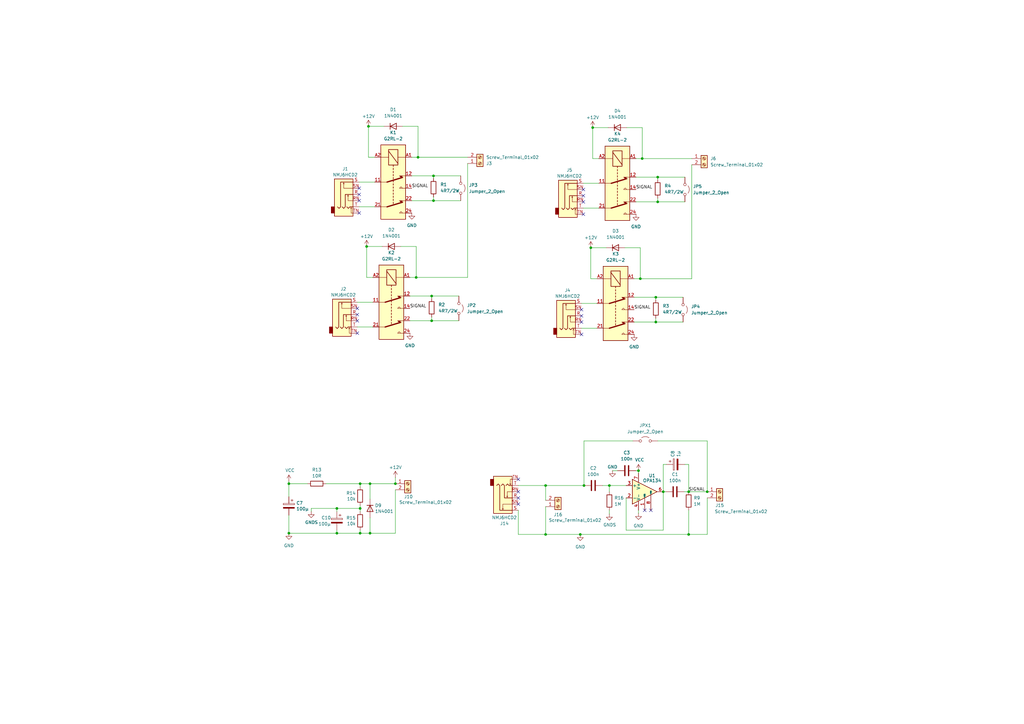
<source format=kicad_sch>
(kicad_sch (version 20250114) (generator "eeschema") (generator_version "9.0")
  (paper "A3")
  (title_block (title "Amp Switcher - 4-way Relay Array") (date "2025-03-12") (rev "1.0") (comment 3 "SPDX-FileCopyrightText: 2025 Arnaud Ferraris <aferraris@debian.org>") (comment 4 "SPDX-License-Identifier: CERN-OHL-S-2.0+"))
  (lib_symbols
    (symbol "Amplifier_Operational:OPA134" (pin_names (offset 0.127))
      (property "Reference" "U" (at 1.27 6.35 0))
      (property "Value" "OPA134" (at 1.27 3.81 0))
      (symbol "OPA134_0_1"
        (polyline (pts (xy -5.08 5.08) (xy 5.08 0) (xy -5.08 -5.08) (xy -5.08 5.08)) (stroke (width 0.254)) (fill (type background)))
      )
      (symbol "OPA134_1_1"
        (pin input line (at -7.62 2.54 0) (length 2.54) (name "+") (number "3"))
        (pin input line (at -7.62 -2.54 0) (length 2.54) (name "-") (number "2"))
        (pin power_in line (at -2.54 7.62 270) (length 3.81) (name "V+") (number "7"))
        (pin power_in line (at -2.54 -7.62 90) (length 3.81) (name "V-") (number "4"))
        (pin no_connect line (at 0 2.54 270) (length 2.54) (hide yes) (name "NC") (number "5"))
        (pin input line (at 0 -7.62 90) (length 5.08) (name "VOS") (number "1"))
        (pin input line (at 2.54 -7.62 90) (length 6.35) (name "VOS") (number "8"))
        (pin output line (at 7.62 0 180) (length 2.54) (name "~") (number "6"))
      )
    )
    (symbol "Connector:Screw_Terminal_01x02" (pin_names (offset 1.016) (hide yes))
      (property "Reference" "J" (at 0 2.54 0))
      (property "Value" "Screw_Terminal_01x02" (at 0 -5.08 0))
      (symbol "Screw_Terminal_01x02_1_1"
        (rectangle (start -1.27 1.27) (end 1.27 -3.81) (stroke (width 0.254)) (fill (type background)))
        (polyline (pts (xy -0.5334 0.3302) (xy 0.3302 -0.508)) (stroke (width 0.1524)))
        (polyline (pts (xy -0.5334 -2.2098) (xy 0.3302 -3.048)) (stroke (width 0.1524)))
        (polyline (pts (xy -0.3556 0.508) (xy 0.508 -0.3302)) (stroke (width 0.1524)))
        (polyline (pts (xy -0.3556 -2.032) (xy 0.508 -2.8702)) (stroke (width 0.1524)))
        (circle (center 0 0) (radius 0.635) (stroke (width 0.1524)))
        (circle (center 0 -2.54) (radius 0.635) (stroke (width 0.1524)))
        (pin passive line (at -5.08 0 0) (length 3.81) (name "Pin_1") (number "1"))
        (pin passive line (at -5.08 -2.54 0) (length 3.81) (name "Pin_2") (number "2"))
      )
    )
    (symbol "Connector_Audio:NMJ6HCD2"
      (property "Reference" "J" (at 0 11.43 0))
      (property "Value" "NMJ6HCD2" (at 0 8.89 0))
      (symbol "NMJ6HCD2_0_1"
        (rectangle (start -5.08 -5.08) (end -6.35 -7.62) (stroke (width 0.254)) (fill (type outline)))
        (polyline (pts (xy -1.905 -5.08) (xy -1.27 -5.715) (xy -0.635 -5.08) (xy -0.635 0) (xy 2.54 0)) (stroke (width 0.254)))
        (polyline (pts (xy -1.27 4.826) (xy -1.016 4.318)))
        (polyline (pts (xy 0 -5.08) (xy 0.635 -5.715) (xy 1.27 -5.08) (xy 2.54 -5.08)) (stroke (width 0.254)))
        (polyline (pts (xy 0.508 -0.254) (xy 0.762 -0.762)))
        (polyline (pts (xy 1.778 -5.334) (xy 2.032 -5.842)))
        (rectangle (start 2.54 6.35) (end -5.08 -8.89) (stroke (width 0.254)) (fill (type background)))
        (polyline (pts (xy 2.54 5.08) (xy -2.54 5.08) (xy -2.54 -5.08) (xy -3.175 -5.715) (xy -3.81 -5.08)) (stroke (width 0.254)))
        (polyline (pts (xy 2.54 2.54) (xy -1.27 2.54) (xy -1.27 4.826) (xy -1.524 4.318)))
        (polyline (pts (xy 2.54 -2.54) (xy 0.508 -2.54) (xy 0.508 -0.254) (xy 0.254 -0.762)))
        (polyline (pts (xy 2.54 -7.62) (xy 1.778 -7.62) (xy 1.778 -5.334) (xy 1.524 -5.842)))
      )
      (symbol "NMJ6HCD2_1_1"
        (pin passive line (at 5.08 5.08 180) (length 2.54) (name "~") (number "S"))
        (pin passive line (at 5.08 2.54 180) (length 2.54) (name "~") (number "SN"))
        (pin passive line (at 5.08 0 180) (length 2.54) (name "~") (number "R"))
        (pin passive line (at 5.08 -2.54 180) (length 2.54) (name "~") (number "RN"))
        (pin passive line (at 5.08 -5.08 180) (length 2.54) (name "~") (number "T"))
        (pin passive line (at 5.08 -7.62 180) (length 2.54) (name "~") (number "TN"))
      )
    )
    (symbol "Device:C" (pin_numbers (hide yes)) (pin_names (offset 0.254))
      (property "Reference" "C" (at 0.635 2.54 0))
      (property "Value" "C" (at 0.635 -2.54 0))
      (symbol "C_0_1"
        (polyline (pts (xy -2.032 0.762) (xy 2.032 0.762)) (stroke (width 0.508)))
        (polyline (pts (xy -2.032 -0.762) (xy 2.032 -0.762)) (stroke (width 0.508)))
      )
      (symbol "C_1_1"
        (pin passive line (at 0 3.81 270) (length 2.794) (name "~") (number "1"))
        (pin passive line (at 0 -3.81 90) (length 2.794) (name "~") (number "2"))
      )
    )
    (symbol "Device:CP" (pin_numbers (hide yes)) (pin_names (offset 0.254))
      (property "Reference" "C" (at 0.635 2.54 0))
      (property "Value" "Device_CP" (at 0.635 -2.54 0))
      (symbol "CP_0_1"
        (rectangle (start -2.286 0.508) (end -2.286 1.016))
        (rectangle (start -2.286 0.508) (end 2.286 0.508))
        (polyline (pts (xy -1.778 2.286) (xy -0.762 2.286)))
        (polyline (pts (xy -1.27 2.794) (xy -1.27 1.778)))
        (rectangle (start 2.286 1.016) (end -2.286 1.016))
        (rectangle (start 2.286 1.016) (end 2.286 0.508))
        (rectangle (start 2.286 -0.508) (end -2.286 -1.016) (fill (type outline)))
      )
      (symbol "CP_1_1"
        (pin passive line (at 0 3.81 270) (length 2.794) (name "~") (number "1"))
        (pin passive line (at 0 -3.81 90) (length 2.794) (name "~") (number "2"))
      )
    )
    (symbol "Device:D" (pin_numbers (hide yes)) (pin_names (offset 1.016) (hide yes))
      (property "Reference" "D" (at 0 2.54 0))
      (property "Value" "D" (at 0 -2.54 0))
      (symbol "D_0_1"
        (polyline (pts (xy -1.27 1.27) (xy -1.27 -1.27)) (stroke (width 0.254)))
        (polyline (pts (xy 1.27 1.27) (xy 1.27 -1.27) (xy -1.27 0) (xy 1.27 1.27)) (stroke (width 0.254)))
        (polyline (pts (xy 1.27 0) (xy -1.27 0)))
      )
      (symbol "D_1_1"
        (pin passive line (at -3.81 0 0) (length 2.54) (name "K") (number "1"))
        (pin passive line (at 3.81 0 180) (length 2.54) (name "A") (number "2"))
      )
    )
    (symbol "Device:R" (pin_numbers (hide yes)) (pin_names (offset 0))
      (property "Reference" "R" (at 2.032 0 90))
      (property "Value" "R" (at 0 0 90))
      (symbol "R_0_1"
        (rectangle (start -1.016 -2.54) (end 1.016 2.54) (stroke (width 0.254)))
      )
      (symbol "R_1_1"
        (pin passive line (at 0 3.81 270) (length 1.27) (name "~") (number "1"))
        (pin passive line (at 0 -3.81 90) (length 1.27) (name "~") (number "2"))
      )
    )
    (symbol "Jumper:Jumper_2_Open" (pin_numbers (hide yes)) (pin_names (offset 0) (hide yes)) (exclude_from_sim yes)
      (property "Reference" "JP" (at 0 2.794 0))
      (property "Value" "Jumper_2_Open" (at 0 -2.286 0))
      (symbol "Jumper_2_Open_0_0"
        (circle (center -2.032 0) (radius 0.508))
        (circle (center 2.032 0) (radius 0.508))
      )
      (symbol "Jumper_2_Open_0_1"
        (arc (start -1.524 1.27) (mid 0 1.778) (end 1.524 1.27))
      )
      (symbol "Jumper_2_Open_1_1"
        (pin passive line (at -5.08 0 0) (length 2.54) (name "A") (number "1"))
        (pin passive line (at 5.08 0 180) (length 2.54) (name "B") (number "2"))
      )
    )
    (symbol "Relay:G2RL-2"
      (property "Reference" "K" (at 16.51 3.81 0))
      (property "Value" "G2RL-2" (at 16.51 1.27 0))
      (symbol "G2RL-2_0_1"
        (rectangle (start -15.24 5.08) (end 15.24 -5.08) (stroke (width 0.254)) (fill (type background)))
        (rectangle (start -13.335 1.905) (end -6.985 -1.905) (stroke (width 0.254)))
        (polyline (pts (xy -12.7 -1.905) (xy -7.62 1.905)) (stroke (width 0.254)))
        (polyline (pts (xy -10.16 5.08) (xy -10.16 1.905)))
        (polyline (pts (xy -10.16 -5.08) (xy -10.16 -1.905)))
        (polyline (pts (xy -6.985 0) (xy -6.35 0)) (stroke (width 0.254)))
        (polyline (pts (xy -5.715 0) (xy -5.08 0)) (stroke (width 0.254)))
        (polyline (pts (xy -4.445 0) (xy -3.81 0)) (stroke (width 0.254)))
        (polyline (pts (xy -3.175 0) (xy -2.54 0)) (stroke (width 0.254)))
        (polyline (pts (xy -2.54 5.08) (xy -2.54 2.54) (xy -1.905 3.175) (xy -2.54 3.81)) (fill (type outline)))
        (polyline (pts (xy -1.905 0) (xy -1.27 0)) (stroke (width 0.254)))
        (polyline (pts (xy -0.635 0) (xy 0 0)) (stroke (width 0.254)))
        (polyline (pts (xy 0 -2.54) (xy -1.905 3.81)) (stroke (width 0.508)))
        (polyline (pts (xy 0 -2.54) (xy 0 -5.08)))
        (polyline (pts (xy 0.635 0) (xy 1.27 0)) (stroke (width 0.254)))
        (polyline (pts (xy 1.905 0) (xy 2.54 0)) (stroke (width 0.254)))
        (polyline (pts (xy 2.54 5.08) (xy 2.54 2.54) (xy 1.905 3.175) (xy 2.54 3.81)))
        (polyline (pts (xy 3.175 0) (xy 3.81 0)) (stroke (width 0.254)))
        (polyline (pts (xy 4.445 0) (xy 5.08 0)) (stroke (width 0.254)))
        (polyline (pts (xy 5.715 0) (xy 6.35 0)) (stroke (width 0.254)))
        (polyline (pts (xy 6.985 0) (xy 7.62 0)) (stroke (width 0.254)))
        (polyline (pts (xy 7.62 5.08) (xy 7.62 2.54) (xy 8.255 3.175) (xy 7.62 3.81)) (fill (type outline)))
        (polyline (pts (xy 8.255 0) (xy 8.89 0)) (stroke (width 0.254)))
        (polyline (pts (xy 10.16 -2.54) (xy 8.255 3.81)) (stroke (width 0.508)))
        (polyline (pts (xy 10.16 -2.54) (xy 10.16 -5.08)))
        (polyline (pts (xy 12.7 5.08) (xy 12.7 2.54) (xy 12.065 3.175) (xy 12.7 3.81)))
      )
      (symbol "G2RL-2_1_1"
        (pin passive line (at -10.16 7.62 270) (length 2.54) (name "~") (number "A1"))
        (pin passive line (at -10.16 -7.62 90) (length 2.54) (name "~") (number "A2"))
        (pin passive line (at -2.54 7.62 270) (length 2.54) (name "~") (number "12"))
        (pin passive line (at 0 -7.62 90) (length 2.54) (name "~") (number "11"))
        (pin passive line (at 2.54 7.62 270) (length 2.54) (name "~") (number "14"))
        (pin passive line (at 7.62 7.62 270) (length 2.54) (name "~") (number "22"))
        (pin passive line (at 10.16 -7.62 90) (length 2.54) (name "~") (number "21"))
        (pin passive line (at 12.7 7.62 270) (length 2.54) (name "~") (number "24"))
      )
    )
    (symbol "power:+12V" (power) (pin_numbers (hide yes)) (pin_names (offset 0) (hide yes))
      (property "Value" "+12V" (at 0 3.556 0))
      (symbol "+12V_0_1"
        (polyline (pts (xy -0.762 1.27) (xy 0 2.54)))
        (polyline (pts (xy 0 2.54) (xy 0.762 1.27)))
        (polyline (pts (xy 0 0) (xy 0 2.54)))
      )
      (symbol "+12V_1_1"
        (pin power_in line (at 0 0 90) (length 0) (name "~") (number "1"))
      )
    )
    (symbol "power:GND" (power) (pin_numbers (hide yes)) (pin_names (offset 0) (hide yes))
      (property "Value" "GND" (at 0 -3.81 0))
      (symbol "GND_0_1"
        (polyline (pts (xy 0 0) (xy 0 -1.27) (xy 1.27 -1.27) (xy 0 -2.54) (xy -1.27 -1.27) (xy 0 -1.27)))
      )
      (symbol "GND_1_1"
        (pin power_in line (at 0 0 270) (length 0) (name "~") (number "1"))
      )
    )
    (symbol "power:GNDS" (power) (pin_numbers (hide yes)) (pin_names (offset 0) (hide yes))
      (property "Value" "GNDS" (at 0 -3.81 0))
      (symbol "GNDS_0_1"
        (polyline (pts (xy 0 0) (xy 0 -1.27) (xy 1.27 -1.27) (xy 0 -2.54) (xy -1.27 -1.27) (xy 0 -1.27)))
      )
      (symbol "GNDS_1_1"
        (pin power_in line (at 0 0 270) (length 0) (name "~") (number "1"))
      )
    )
    (symbol "power:VCC" (power) (pin_numbers (hide yes)) (pin_names (offset 0) (hide yes))
      (property "Value" "VCC" (at 0 3.556 0))
      (symbol "VCC_0_1"
        (polyline (pts (xy -0.762 1.27) (xy 0 2.54)))
        (polyline (pts (xy 0 2.54) (xy 0.762 1.27)))
        (polyline (pts (xy 0 0) (xy 0 2.54)))
      )
      (symbol "VCC_1_1"
        (pin power_in line (at 0 0 90) (length 0) (name "~") (number "1"))
      )
    )
  )
  (junction (at 242.316 101.6))
  (junction (at 261.874 193.04))
  (junction (at 162.179 198.374))
  (junction (at 151.13 51.816))
  (junction (at 170.688 113.792))
  (junction (at 269.748 72.644))
  (junction (at 239.522 199.136))
  (junction (at 177.038 131.572))
  (junction (at 151.765 218.694))
  (junction (at 150.368 101.092))
  (junction (at 249.936 199.136))
  (junction (at 290.068 201.676))
  (junction (at 268.986 132.08))
  (junction (at 223.774 199.136))
  (junction (at 282.448 219.202))
  (junction (at 243.078 52.324))
  (junction (at 262.636 114.3))
  (junction (at 177.038 121.412))
  (junction (at 151.765 198.374))
  (junction (at 171.45 64.516))
  (junction (at 147.701 218.694))
  (junction (at 268.986 121.92))
  (junction (at 138.176 208.534))
  (junction (at 223.774 219.202))
  (junction (at 282.448 201.676))
  (junction (at 118.491 198.374))
  (junction (at 237.998 219.202))
  (junction (at 177.8 82.296))
  (junction (at 269.748 82.804))
  (junction (at 272.034 201.676))
  (junction (at 138.176 218.694))
  (junction (at 177.8 72.136))
  (junction (at 118.491 218.694))
  (junction (at 147.701 208.534))
  (junction (at 147.701 198.374))
  (junction (at 263.398 65.024))
  (no_connect (at 239.268 77.724))
  (no_connect (at 146.558 136.652))
  (no_connect (at 212.598 196.596))
  (no_connect (at 146.558 129.032))
  (no_connect (at 147.32 77.216))
  (no_connect (at 238.506 132.08))
  (no_connect (at 212.598 204.216))
  (no_connect (at 238.506 129.54))
  (no_connect (at 239.268 82.804))
  (no_connect (at 239.268 87.884))
  (no_connect (at 266.954 209.296))
  (no_connect (at 147.32 79.756))
  (no_connect (at 146.558 126.492))
  (no_connect (at 146.558 131.572))
  (no_connect (at 239.268 80.264))
  (no_connect (at 147.32 87.376))
  (no_connect (at 238.506 137.16))
  (no_connect (at 264.414 209.296))
  (no_connect (at 212.598 201.676))
  (no_connect (at 147.32 82.296))
  (no_connect (at 212.598 206.756))
  (no_connect (at 238.506 127))
  (wire (pts (xy 263.398 65.024) (xy 260.858 65.024)))
  (wire (pts (xy 272.034 217.424) (xy 256.794 217.424)))
  (wire (pts (xy 151.765 218.694) (xy 162.179 218.694)))
  (wire (pts (xy 223.774 207.772) (xy 223.774 219.202)))
  (wire (pts (xy 191.77 67.056) (xy 191.77 113.792)))
  (wire (pts (xy 237.998 219.202) (xy 282.448 219.202)))
  (wire (pts (xy 272.034 201.676) (xy 272.034 217.424)))
  (wire (pts (xy 282.448 219.202) (xy 282.448 209.296)))
  (wire (pts (xy 146.558 134.112) (xy 152.908 134.112)))
  (wire (pts (xy 260.858 82.804) (xy 269.748 82.804)))
  (wire (pts (xy 168.91 72.136) (xy 177.8 72.136)))
  (wire (pts (xy 151.765 198.374) (xy 162.179 198.374)))
  (wire (pts (xy 237.998 219.202) (xy 223.774 219.202)))
  (wire (pts (xy 147.701 209.804) (xy 147.701 208.534)))
  (wire (pts (xy 268.986 121.92) (xy 268.986 122.936)))
  (wire (pts (xy 212.598 199.136) (xy 223.774 199.136)))
  (wire (pts (xy 242.316 101.6) (xy 248.666 101.6)))
  (wire (pts (xy 223.774 199.136) (xy 239.522 199.136)))
  (wire (pts (xy 151.13 51.816) (xy 157.48 51.816)))
  (wire (pts (xy 290.068 219.202) (xy 282.448 219.202)))
  (wire (pts (xy 251.206 193.04) (xy 253.238 193.04)))
  (wire (pts (xy 263.398 65.024) (xy 283.718 65.024)))
  (wire (pts (xy 151.13 51.816) (xy 151.13 64.516)))
  (wire (pts (xy 290.068 180.848) (xy 269.748 180.848)))
  (wire (pts (xy 280.924 190.5) (xy 282.448 190.5)))
  (wire (pts (xy 257.048 52.324) (xy 263.398 52.324)))
  (wire (pts (xy 177.038 130.048) (xy 177.038 131.572)))
  (wire (pts (xy 268.986 132.08) (xy 280.162 132.08)))
  (wire (pts (xy 138.176 218.694) (xy 147.701 218.694)))
  (wire (pts (xy 282.448 190.5) (xy 282.448 201.676)))
  (wire (pts (xy 147.32 74.676) (xy 153.67 74.676)))
  (wire (pts (xy 243.078 52.324) (xy 243.078 65.024)))
  (wire (pts (xy 238.506 124.46) (xy 244.856 124.46)))
  (wire (pts (xy 239.268 85.344) (xy 245.618 85.344)))
  (wire (pts (xy 239.268 75.184) (xy 245.618 75.184)))
  (wire (pts (xy 249.936 199.136) (xy 249.936 201.676)))
  (wire (pts (xy 177.8 72.136) (xy 177.8 73.152)))
  (wire (pts (xy 150.368 101.092) (xy 156.718 101.092)))
  (wire (pts (xy 212.598 219.202) (xy 212.598 209.296)))
  (wire (pts (xy 249.936 209.296) (xy 249.936 210.82)))
  (wire (pts (xy 283.718 67.564) (xy 283.718 114.3)))
  (wire (pts (xy 118.491 218.694) (xy 138.176 218.694)))
  (wire (pts (xy 269.748 72.644) (xy 269.748 73.66)))
  (wire (pts (xy 147.701 208.534) (xy 138.176 208.534)))
  (wire (pts (xy 168.91 82.296) (xy 177.8 82.296)))
  (wire (pts (xy 147.701 198.374) (xy 133.731 198.374)))
  (wire (pts (xy 151.765 204.724) (xy 151.765 198.374)))
  (wire (pts (xy 147.701 199.644) (xy 147.701 198.374)))
  (wire (pts (xy 168.148 121.412) (xy 177.038 121.412)))
  (wire (pts (xy 260.858 72.644) (xy 269.748 72.644)))
  (wire (pts (xy 177.038 121.412) (xy 177.038 122.428)))
  (wire (pts (xy 138.176 217.424) (xy 138.176 218.694)))
  (wire (pts (xy 262.636 114.3) (xy 260.096 114.3)))
  (wire (pts (xy 126.111 198.374) (xy 118.491 198.374)))
  (wire (pts (xy 127.635 208.534) (xy 138.176 208.534)))
  (wire (pts (xy 260.858 193.04) (xy 261.874 193.04)))
  (wire (pts (xy 243.078 65.024) (xy 245.618 65.024)))
  (wire (pts (xy 280.67 201.676) (xy 282.448 201.676)))
  (wire (pts (xy 272.034 201.676) (xy 273.05 201.676)))
  (wire (pts (xy 263.398 52.324) (xy 263.398 65.024)))
  (wire (pts (xy 168.148 131.572) (xy 177.038 131.572)))
  (wire (pts (xy 118.491 198.374) (xy 118.491 203.708)))
  (wire (pts (xy 162.179 200.914) (xy 162.179 218.694)))
  (wire (pts (xy 272.034 201.676) (xy 272.034 190.5)))
  (wire (pts (xy 118.491 198.374) (xy 118.491 197.358)))
  (wire (pts (xy 242.316 114.3) (xy 244.856 114.3)))
  (wire (pts (xy 268.986 121.92) (xy 280.162 121.92)))
  (wire (pts (xy 290.068 201.676) (xy 290.068 180.848)))
  (wire (pts (xy 150.368 101.092) (xy 150.368 113.792)))
  (wire (pts (xy 261.874 193.04) (xy 261.874 194.056)))
  (wire (pts (xy 147.701 198.374) (xy 151.765 198.374)))
  (wire (pts (xy 171.45 64.516) (xy 168.91 64.516)))
  (wire (pts (xy 147.701 217.424) (xy 147.701 218.694)))
  (wire (pts (xy 177.038 131.572) (xy 188.214 131.572)))
  (wire (pts (xy 118.491 218.694) (xy 118.491 211.328)))
  (wire (pts (xy 162.179 195.834) (xy 162.179 198.374)))
  (wire (pts (xy 256.286 101.6) (xy 262.636 101.6)))
  (wire (pts (xy 239.522 180.848) (xy 259.588 180.848)))
  (wire (pts (xy 256.794 217.424) (xy 256.794 204.216)))
  (wire (pts (xy 177.8 82.296) (xy 188.976 82.296)))
  (wire (pts (xy 147.32 84.836) (xy 153.67 84.836)))
  (wire (pts (xy 272.034 190.5) (xy 273.304 190.5)))
  (wire (pts (xy 170.688 113.792) (xy 191.77 113.792)))
  (wire (pts (xy 269.748 82.804) (xy 280.924 82.804)))
  (wire (pts (xy 238.506 134.62) (xy 244.856 134.62)))
  (wire (pts (xy 223.774 219.202) (xy 212.598 219.202)))
  (wire (pts (xy 242.316 101.6) (xy 242.316 114.3)))
  (wire (pts (xy 177.8 80.772) (xy 177.8 82.296)))
  (wire (pts (xy 223.774 199.136) (xy 223.774 205.232)))
  (wire (pts (xy 247.142 199.136) (xy 249.936 199.136)))
  (wire (pts (xy 262.636 114.3) (xy 283.718 114.3)))
  (wire (pts (xy 171.45 64.516) (xy 191.77 64.516)))
  (wire (pts (xy 150.368 113.792) (xy 152.908 113.792)))
  (wire (pts (xy 170.688 101.092) (xy 170.688 113.792)))
  (wire (pts (xy 151.13 64.516) (xy 153.67 64.516)))
  (wire (pts (xy 138.176 208.534) (xy 138.176 209.804)))
  (wire (pts (xy 282.448 201.676) (xy 290.068 201.676)))
  (wire (pts (xy 146.558 123.952) (xy 152.908 123.952)))
  (wire (pts (xy 164.338 101.092) (xy 170.688 101.092)))
  (wire (pts (xy 290.068 204.216) (xy 290.068 219.202)))
  (wire (pts (xy 177.8 72.136) (xy 188.976 72.136)))
  (wire (pts (xy 269.748 81.28) (xy 269.748 82.804)))
  (wire (pts (xy 127.635 209.804) (xy 127.635 208.534)))
  (wire (pts (xy 171.45 51.816) (xy 171.45 64.516)))
  (wire (pts (xy 249.936 199.136) (xy 256.794 199.136)))
  (wire (pts (xy 268.986 130.556) (xy 268.986 132.08)))
  (wire (pts (xy 269.748 72.644) (xy 280.924 72.644)))
  (wire (pts (xy 260.096 132.08) (xy 268.986 132.08)))
  (wire (pts (xy 243.078 52.324) (xy 249.428 52.324)))
  (wire (pts (xy 260.096 121.92) (xy 268.986 121.92)))
  (wire (pts (xy 177.038 121.412) (xy 188.214 121.412)))
  (wire (pts (xy 239.522 180.848) (xy 239.522 199.136)))
  (wire (pts (xy 261.874 209.296) (xy 261.874 210.566)))
  (wire (pts (xy 151.765 212.344) (xy 151.765 218.694)))
  (wire (pts (xy 262.636 101.6) (xy 262.636 114.3)))
  (wire (pts (xy 170.688 113.792) (xy 168.148 113.792)))
  (wire (pts (xy 147.701 208.534) (xy 147.701 207.264)))
  (wire (pts (xy 165.1 51.816) (xy 171.45 51.816)))
  (wire (pts (xy 147.701 218.694) (xy 151.765 218.694)))
  (label "SIGNAL" (at 260.096 127 0))
  (label "SIGNAL" (at 168.148 126.492 0))
  (label "SIGNAL" (at 282.448 201.676 0))
  (label "SIGNAL" (at 260.858 77.724 0))
  (label "SIGNAL" (at 168.91 77.216 0))
  (symbol (lib_id "Device:CP") (at 138.176 213.614 0) (mirror y) (unit 1)
    (property "Reference" "C10" (at 131.826 212.344 0) (effects (justify right)))
    (property "Value" "100µ" (at 130.556 214.884 0) (effects (justify right)))
    (property "Footprint" "Capacitor_THT:CP_Radial_D5.0mm_P2.00mm" (effects (hide yes)))
    (property "MFR" "Nichicon" (effects (hide yes)))
    (property "MPN" "FW" (effects (hide yes)))
    (property "SPR" "Musikding" (effects (hide yes)))
    (property "SPN" "1547" (effects (hide yes)))
    (property "SPURL" "-" (effects (hide yes)))
  )
  (symbol (lib_id "Device:CP") (at 118.491 207.518 0) (mirror y) (unit 1)
    (property "Reference" "C7" (at 121.5136 206.3242 0) (effects (justify right)))
    (property "Value" "100µ" (at 121.5136 208.6864 0) (effects (justify right)))
    (property "Footprint" "Capacitor_THT:CP_Radial_D5.0mm_P2.00mm" (effects (hide yes)))
    (property "MFR" "-" (effects (hide yes)))
    (property "MPN" "-" (effects (hide yes)))
    (property "SPR" "Musikding" (effects (hide yes)))
    (property "SPN" "elko1000u16" (effects (hide yes)))
    (property "SPURL" "-" (effects (hide yes)))
  )
  (symbol (lib_id "power:VCC") (at 118.491 197.358 0) (unit 1)
    (property "Reference" "#PWR04" (effects (hide yes)))
    (property "Value" "VCC" (at 118.9228 192.913 0))
  )
  (symbol (lib_id "power:GNDS") (at 249.936 210.82 0) (unit 1)
    (property "Reference" "#PWR017" (effects (hide yes)))
    (property "Value" "GNDS" (at 250.063 215.265 0))
  )
  (symbol (lib_id "power:GND") (at 261.874 210.566 0) (unit 1)
    (property "Reference" "#PWR016" (effects (hide yes)))
    (property "Value" "GND" (at 261.874 215.646 0))
    (property "Description" "Power symbol creates a global label with name \"GND\" , ground" (effects (hide yes)))
  )
  (symbol (lib_id "Device:R") (at 177.8 76.962 180) (unit 1)
    (property "Reference" "R1" (at 180.594 75.6919 0) (effects (justify right)))
    (property "Value" "4R7/2W" (at 180.594 78.2319 0) (effects (justify right)))
    (property "Footprint" "Resistor_THT:R_Axial_DIN0414_L11.9mm_D4.5mm_P15.24mm_Horizontal" (effects (hide yes)))
    (property "Description" "Resistor" (effects (hide yes)))
  )
  (symbol (lib_id "Relay:G2RL-2") (at 160.528 123.952 270) (unit 1)
    (property "Reference" "K2" (at 160.528 103.632 90))
    (property "Value" "G2RL-2" (at 160.528 106.172 90))
    (property "Footprint" "Relay_THT:Relay_DPDT_Omron_G2RL-2" (effects (hide yes)))
    (property "Datasheet" "https://omronfs.omron.com/en_US/ecb/products/pdf/en-g2rl.pdf" (effects (hide yes)))
    (property "Description" "General Purpose Low Profile Relay DPDT Through Hole, Omron G2RL series, 8A 250VAC" (effects (hide yes)))
  )
  (symbol (lib_id "power:GND") (at 260.096 137.16 0) (unit 1)
    (property "Reference" "#PWR020" (effects (hide yes)))
    (property "Value" "GND" (at 260.096 142.24 0))
    (property "Description" "Power symbol creates a global label with name \"GND\" , ground" (effects (hide yes)))
  )
  (symbol (lib_id "Jumper:Jumper_2_Open") (at 188.214 126.492 270) (unit 1)
    (property "Reference" "JP2" (at 191.516 125.2219 90) (effects (justify left)))
    (property "Value" "Jumper_2_Open" (at 191.516 127.7619 90) (effects (justify left)))
    (property "Footprint" "Jumper:SolderJumper-2_P1.3mm_Open_RoundedPad1.0x1.5mm" (effects (hide yes)))
    (property "Description" "Jumper, 2-pole, open" (effects (hide yes)))
  )
  (symbol (lib_id "Device:D") (at 253.238 52.324 0) (unit 1)
    (property "Reference" "D4" (at 253.238 45.466 0))
    (property "Value" "1N4001" (at 253.238 48.006 0))
    (property "Footprint" "Diode_THT:D_DO-41_SOD81_P7.62mm_Horizontal" (effects (hide yes)))
    (property "Description" "Diode" (effects (hide yes)))
    (property "Sim.Device" "D" (effects (hide yes)))
    (property "Sim.Pins" "1=K 2=A" (effects (hide yes)))
  )
  (symbol (lib_id "Device:R") (at 177.038 126.238 180) (unit 1)
    (property "Reference" "R2" (at 179.832 124.9679 0) (effects (justify right)))
    (property "Value" "4R7/2W" (at 179.832 127.5079 0) (effects (justify right)))
    (property "Footprint" "Resistor_THT:R_Axial_DIN0414_L11.9mm_D4.5mm_P15.24mm_Horizontal" (effects (hide yes)))
    (property "Description" "Resistor" (effects (hide yes)))
  )
  (symbol (lib_id "power:GND") (at 237.998 219.202 0) (unit 1)
    (property "Reference" "#PWR02" (effects (hide yes)))
    (property "Value" "GND" (at 237.998 224.282 0))
    (property "Description" "Power symbol creates a global label with name \"GND\" , ground" (effects (hide yes)))
  )
  (symbol (lib_id "Relay:G2RL-2") (at 161.29 74.676 270) (unit 1)
    (property "Reference" "K1" (at 161.29 54.356 90))
    (property "Value" "G2RL-2" (at 161.29 56.896 90))
    (property "Footprint" "Relay_THT:Relay_DPDT_Omron_G2RL-2" (effects (hide yes)))
    (property "Datasheet" "https://omronfs.omron.com/en_US/ecb/products/pdf/en-g2rl.pdf" (effects (hide yes)))
    (property "Description" "General Purpose Low Profile Relay DPDT Through Hole, Omron G2RL series, 8A 250VAC" (effects (hide yes)))
  )
  (symbol (lib_id "power:+12V") (at 162.179 195.834 0) (unit 1)
    (property "Reference" "#PWR012" (effects (hide yes)))
    (property "Value" "+12V" (at 162.179 191.7009 0))
    (property "Description" "Power symbol creates a global label with name \"+12V\"" (effects (hide yes)))
  )
  (symbol (lib_id "Jumper:Jumper_2_Open") (at 188.976 77.216 270) (unit 1)
    (property "Reference" "JP3" (at 192.278 75.9459 90) (effects (justify left)))
    (property "Value" "Jumper_2_Open" (at 192.278 78.4859 90) (effects (justify left)))
    (property "Footprint" "Jumper:SolderJumper-2_P1.3mm_Open_RoundedPad1.0x1.5mm" (effects (hide yes)))
    (property "Description" "Jumper, 2-pole, open" (effects (hide yes)))
  )
  (symbol (lib_id "power:+12V") (at 242.316 101.6 0) (unit 1)
    (property "Reference" "#PWR08" (effects (hide yes)))
    (property "Value" "+12V" (at 242.316 97.4669 0))
    (property "Description" "Power symbol creates a global label with name \"+12V\"" (effects (hide yes)))
  )
  (symbol (lib_id "Device:R") (at 282.448 205.486 180) (unit 1)
    (property "Reference" "R9" (at 284.48 204.2159 0) (effects (justify right)))
    (property "Value" "1M" (at 284.48 206.7559 0) (effects (justify right)))
    (property "Footprint" "Resistor_THT:R_Axial_DIN0207_L6.3mm_D2.5mm_P7.62mm_Horizontal" (effects (hide yes)))
    (property "Description" "Resistor" (effects (hide yes)))
  )
  (symbol (lib_id "power:VCC") (at 261.874 193.04 0) (unit 1)
    (property "Reference" "#PWR05" (effects (hide yes)))
    (property "Value" "VCC" (at 262.3058 188.595 0))
  )
  (symbol (lib_id "power:+12V") (at 243.078 52.324 0) (unit 1)
    (property "Reference" "#PWR09" (effects (hide yes)))
    (property "Value" "+12V" (at 243.078 48.1909 0))
    (property "Description" "Power symbol creates a global label with name \"+12V\"" (effects (hide yes)))
  )
  (symbol (lib_id "Connector_Audio:NMJ6HCD2") (at 142.24 79.756 0) (unit 1)
    (property "Reference" "J1" (at 141.605 69.2615 0))
    (property "Value" "NMJ6HCD2" (at 141.605 71.6858 0))
    (property "Footprint" "Connector_Audio:Jack_6.35mm_Neutrik_NMJ6HCD2_Horizontal" (effects (hide yes)))
    (property "Datasheet" "https://www.neutrik.com/en/product/nmj6hcd2" (effects (hide yes)))
    (property "Description" "M Series, 6.35mm (1/4in) stereo jack, switched, with chrome ferrule and straight PCB pins" (effects (hide yes)))
  )
  (symbol (lib_id "power:GND") (at 168.91 87.376 0) (unit 1)
    (property "Reference" "#PWR019" (effects (hide yes)))
    (property "Value" "GND" (at 168.91 92.456 0))
    (property "Description" "Power symbol creates a global label with name \"GND\" , ground" (effects (hide yes)))
  )
  (symbol (lib_id "Device:R") (at 268.986 126.746 180) (unit 1)
    (property "Reference" "R3" (at 271.78 125.4759 0) (effects (justify right)))
    (property "Value" "4R7/2W" (at 271.78 128.0159 0) (effects (justify right)))
    (property "Footprint" "Resistor_THT:R_Axial_DIN0414_L11.9mm_D4.5mm_P15.24mm_Horizontal" (effects (hide yes)))
    (property "Description" "Resistor" (effects (hide yes)))
  )
  (symbol (lib_id "Device:R") (at 129.921 198.374 90) (unit 1)
    (property "Reference" "R13" (at 129.921 192.659 90))
    (property "Value" "10R" (at 129.921 195.199 90))
    (property "Footprint" "Resistor_THT:R_Axial_DIN0207_L6.3mm_D2.5mm_P7.62mm_Horizontal" (effects (hide yes)))
    (property "MFR" "-" (effects (hide yes)))
    (property "MPN" "-" (effects (hide yes)))
    (property "SPR" "Musikding" (effects (hide yes)))
    (property "SPN" "10Rmetall" (effects (hide yes)))
    (property "SPURL" "-" (effects (hide yes)))
  )
  (symbol (lib_id "Device:R") (at 147.701 203.454 0) (mirror y) (unit 1)
    (property "Reference" "R14" (at 145.923 202.2602 0) (effects (justify left)))
    (property "Value" "10k" (at 145.923 204.6224 0) (effects (justify left)))
    (property "Footprint" "Resistor_THT:R_Axial_DIN0207_L6.3mm_D2.5mm_P7.62mm_Horizontal" (effects (hide yes)))
    (property "MFR" "-" (effects (hide yes)))
    (property "MPN" "-" (effects (hide yes)))
    (property "SPR" "Musikding" (effects (hide yes)))
    (property "SPN" "10kmetall" (effects (hide yes)))
    (property "SPURL" "-" (effects (hide yes)))
  )
  (symbol (lib_id "Connector_Audio:NMJ6HCD2") (at 141.478 129.032 0) (unit 1)
    (property "Reference" "J2" (at 140.843 118.5375 0))
    (property "Value" "NMJ6HCD2" (at 140.843 120.9618 0))
    (property "Footprint" "Connector_Audio:Jack_6.35mm_Neutrik_NMJ6HCD2_Horizontal" (effects (hide yes)))
    (property "Datasheet" "https://www.neutrik.com/en/product/nmj6hcd2" (effects (hide yes)))
    (property "Description" "M Series, 6.35mm (1/4in) stereo jack, switched, with chrome ferrule and straight PCB pins" (effects (hide yes)))
  )
  (symbol (lib_id "power:GND") (at 251.206 193.04 0) (unit 1)
    (property "Reference" "#PWR03" (effects (hide yes)))
    (property "Value" "GND" (at 251.206 191.516 0))
    (property "Description" "Power symbol creates a global label with name \"GND\" , ground" (effects (hide yes)))
  )
  (symbol (lib_id "Device:C") (at 257.048 193.04 270) (unit 1)
    (property "Reference" "C3" (at 257.048 185.674 90))
    (property "Value" "100n" (at 257.048 188.214 90))
    (property "Footprint" "Capacitor_THT:C_Rect_L7.2mm_W3.5mm_P5.00mm_FKS2_FKP2_MKS2_MKP2" (effects (hide yes)))
    (property "Description" "Unpolarized capacitor" (effects (hide yes)))
  )
  (symbol (lib_id "Device:D") (at 252.476 101.6 0) (unit 1)
    (property "Reference" "D3" (at 252.476 94.742 0))
    (property "Value" "1N4001" (at 252.476 97.282 0))
    (property "Footprint" "Diode_THT:D_DO-41_SOD81_P7.62mm_Horizontal" (effects (hide yes)))
    (property "Description" "Diode" (effects (hide yes)))
    (property "Sim.Device" "D" (effects (hide yes)))
    (property "Sim.Pins" "1=K 2=A" (effects (hide yes)))
  )
  (symbol (lib_id "Connector_Audio:NMJ6HCD2") (at 207.518 204.216 0) (mirror x) (unit 1)
    (property "Reference" "J14" (at 206.883 214.7105 0))
    (property "Value" "NMJ6HCD2" (at 206.883 212.2862 0))
    (property "Footprint" "Connector_Audio:Jack_6.35mm_Neutrik_NMJ6HCD2_Horizontal" (effects (hide yes)))
    (property "Datasheet" "https://www.neutrik.com/en/product/nmj6hcd2" (effects (hide yes)))
    (property "Description" "M Series, 6.35mm (1/4in) stereo jack, switched, with chrome ferrule and straight PCB pins" (effects (hide yes)))
  )
  (symbol (lib_id "Device:C") (at 276.86 201.676 270) (unit 1)
    (property "Reference" "C1" (at 276.86 194.564 90))
    (property "Value" "100n" (at 276.86 197.104 90))
    (property "Footprint" "Capacitor_THT:C_Rect_L7.2mm_W3.5mm_P5.00mm_FKS2_FKP2_MKS2_MKP2" (effects (hide yes)))
    (property "Description" "Unpolarized capacitor" (effects (hide yes)))
  )
  (symbol (lib_id "Device:CP") (at 277.114 190.5 90) (mirror x) (unit 1)
    (property "Reference" "C8" (at 275.9202 187.4774 0) (effects (justify right)))
    (property "Value" "1µ" (at 278.2824 187.4774 0) (effects (justify right)))
    (property "Footprint" "Capacitor_THT:CP_Radial_D5.0mm_P2.00mm" (effects (hide yes)))
    (property "MFR" "-" (effects (hide yes)))
    (property "MPN" "-" (effects (hide yes)))
    (property "SPR" "Musikding" (effects (hide yes)))
    (property "SPN" "elko1000u16" (effects (hide yes)))
    (property "SPURL" "-" (effects (hide yes)))
  )
  (symbol (lib_id "Device:R") (at 147.701 213.614 0) (mirror y) (unit 1)
    (property "Reference" "R15" (at 145.923 212.4202 0) (effects (justify left)))
    (property "Value" "10k" (at 145.923 214.7824 0) (effects (justify left)))
    (property "Footprint" "Resistor_THT:R_Axial_DIN0207_L6.3mm_D2.5mm_P7.62mm_Horizontal" (effects (hide yes)))
    (property "MFR" "-" (effects (hide yes)))
    (property "MPN" "-" (effects (hide yes)))
    (property "SPR" "Musikding" (effects (hide yes)))
    (property "SPN" "10kmetall" (effects (hide yes)))
    (property "SPURL" "-" (effects (hide yes)))
  )
  (symbol (lib_id "Connector:Screw_Terminal_01x02") (at 288.798 65.024 0) (unit 1)
    (property "Reference" "J6" (at 291.338 65.0239 0) (effects (justify left)))
    (property "Value" "Screw_Terminal_01x02" (at 291.338 67.5639 0) (effects (justify left)))
    (property "Footprint" "TerminalBlock:TerminalBlock_bornier-2_P5.08mm" (effects (hide yes)))
    (property "Description" "Generic screw terminal, single row, 01x02, script generated (kicad-library-utils/schlib/autogen/connector/)" (effects (hide yes)))
  )
  (symbol (lib_id "power:+12V") (at 150.368 101.092 0) (unit 1)
    (property "Reference" "#PWR07" (effects (hide yes)))
    (property "Value" "+12V" (at 150.368 96.9589 0))
    (property "Description" "Power symbol creates a global label with name \"+12V\"" (effects (hide yes)))
  )
  (symbol (lib_id "power:GND") (at 260.858 87.884 0) (unit 1)
    (property "Reference" "#PWR025" (effects (hide yes)))
    (property "Value" "GND" (at 260.858 92.964 0))
    (property "Description" "Power symbol creates a global label with name \"GND\" , ground" (effects (hide yes)))
  )
  (symbol (lib_id "Relay:G2RL-2") (at 252.476 124.46 270) (unit 1)
    (property "Reference" "K3" (at 252.476 104.14 90))
    (property "Value" "G2RL-2" (at 252.476 106.68 90))
    (property "Footprint" "Relay_THT:Relay_DPDT_Omron_G2RL-2" (effects (hide yes)))
    (property "Datasheet" "https://omronfs.omron.com/en_US/ecb/products/pdf/en-g2rl.pdf" (effects (hide yes)))
    (property "Description" "General Purpose Low Profile Relay DPDT Through Hole, Omron G2RL series, 8A 250VAC" (effects (hide yes)))
  )
  (symbol (lib_id "Device:R") (at 249.936 205.486 180) (unit 1)
    (property "Reference" "R16" (at 251.968 204.2159 0) (effects (justify right)))
    (property "Value" "1M" (at 251.968 206.7559 0) (effects (justify right)))
    (property "Footprint" "Resistor_THT:R_Axial_DIN0207_L6.3mm_D2.5mm_P7.62mm_Horizontal" (effects (hide yes)))
    (property "Description" "Resistor" (effects (hide yes)))
  )
  (symbol (lib_id "Device:D") (at 151.765 208.534 270) (unit 1)
    (property "Reference" "D9" (at 153.7716 207.3402 90) (effects (justify left)))
    (property "Value" "1N4001" (at 153.7716 209.7024 90) (effects (justify left)))
    (property "Footprint" "Diode_THT:D_DO-41_SOD81_P7.62mm_Horizontal" (effects (hide yes)))
    (property "MFR" "-" (effects (hide yes)))
    (property "MPN" "-" (effects (hide yes)))
    (property "SPR" "Musikding" (effects (hide yes)))
    (property "SPN" "1n4007" (effects (hide yes)))
    (property "SPURL" "-" (effects (hide yes)))
  )
  (symbol (lib_id "Connector_Audio:NMJ6HCD2") (at 234.188 80.264 0) (unit 1)
    (property "Reference" "J5" (at 233.553 69.7695 0))
    (property "Value" "NMJ6HCD2" (at 233.553 72.1938 0))
    (property "Footprint" "Connector_Audio:Jack_6.35mm_Neutrik_NMJ6HCD2_Horizontal" (effects (hide yes)))
    (property "Datasheet" "https://www.neutrik.com/en/product/nmj6hcd2" (effects (hide yes)))
    (property "Description" "M Series, 6.35mm (1/4in) stereo jack, switched, with chrome ferrule and straight PCB pins" (effects (hide yes)))
  )
  (symbol (lib_id "Connector:Screw_Terminal_01x02") (at 167.259 198.374 0) (unit 1)
    (property "Reference" "J10" (at 165.735 203.708 0) (effects (justify left)))
    (property "Value" "Screw_Terminal_01x02" (at 163.703 205.994 0) (effects (justify left)))
    (property "Footprint" "TerminalBlock:TerminalBlock_bornier-2_P5.08mm" (effects (hide yes)))
    (property "Description" "Generic screw terminal, single row, 01x02, script generated (kicad-library-utils/schlib/autogen/connector/)" (effects (hide yes)))
  )
  (symbol (lib_id "power:GND") (at 118.491 218.694 0) (unit 1)
    (property "Reference" "#PWR01" (effects (hide yes)))
    (property "Value" "GND" (at 118.491 223.774 0))
    (property "Description" "Power symbol creates a global label with name \"GND\" , ground" (effects (hide yes)))
  )
  (symbol (lib_id "Connector:Screw_Terminal_01x02") (at 196.85 67.056 0) (mirror x) (unit 1)
    (property "Reference" "J3" (at 199.39 67.0561 0) (effects (justify left)))
    (property "Value" "Screw_Terminal_01x02" (at 199.39 64.5161 0) (effects (justify left)))
    (property "Footprint" "TerminalBlock:TerminalBlock_bornier-2_P5.08mm" (effects (hide yes)))
    (property "Description" "Generic screw terminal, single row, 01x02, script generated (kicad-library-utils/schlib/autogen/connector/)" (effects (hide yes)))
  )
  (symbol (lib_id "Connector_Audio:NMJ6HCD2") (at 233.426 129.54 0) (unit 1)
    (property "Reference" "J4" (at 232.791 119.0455 0))
    (property "Value" "NMJ6HCD2" (at 232.791 121.4698 0))
    (property "Footprint" "Connector_Audio:Jack_6.35mm_Neutrik_NMJ6HCD2_Horizontal" (effects (hide yes)))
    (property "Datasheet" "https://www.neutrik.com/en/product/nmj6hcd2" (effects (hide yes)))
    (property "Description" "M Series, 6.35mm (1/4in) stereo jack, switched, with chrome ferrule and straight PCB pins" (effects (hide yes)))
  )
  (symbol (lib_id "Device:C") (at 243.332 199.136 270) (unit 1)
    (property "Reference" "C2" (at 243.332 192.024 90))
    (property "Value" "100n" (at 243.332 194.564 90))
    (property "Footprint" "Capacitor_THT:C_Rect_L7.2mm_W3.5mm_P5.00mm_FKS2_FKP2_MKS2_MKP2" (effects (hide yes)))
    (property "Description" "Unpolarized capacitor" (effects (hide yes)))
  )
  (symbol (lib_id "Connector:Screw_Terminal_01x02") (at 295.148 201.676 0) (unit 1)
    (property "Reference" "J15" (at 293.37 207.264 0) (effects (justify left)))
    (property "Value" "Screw_Terminal_01x02" (at 293.116 209.804 0) (effects (justify left)))
    (property "Footprint" "TerminalBlock:TerminalBlock_bornier-2_P5.08mm" (effects (hide yes)))
    (property "Description" "Generic screw terminal, single row, 01x02, script generated (kicad-library-utils/schlib/autogen/connector/)" (effects (hide yes)))
  )
  (symbol (lib_id "Jumper:Jumper_2_Open") (at 280.162 127 270) (unit 1)
    (property "Reference" "JP4" (at 283.464 125.7299 90) (effects (justify left)))
    (property "Value" "Jumper_2_Open" (at 283.464 128.2699 90) (effects (justify left)))
    (property "Footprint" "Jumper:SolderJumper-2_P1.3mm_Open_RoundedPad1.0x1.5mm" (effects (hide yes)))
    (property "Description" "Jumper, 2-pole, open" (effects (hide yes)))
  )
  (symbol (lib_id "power:GNDS") (at 127.635 209.804 0) (unit 1)
    (property "Reference" "#PWR015" (effects (hide yes)))
    (property "Value" "GNDS" (at 127.762 214.249 0))
  )
  (symbol (lib_id "Device:D") (at 160.528 101.092 0) (unit 1)
    (property "Reference" "D2" (at 160.528 94.234 0))
    (property "Value" "1N4001" (at 160.528 96.774 0))
    (property "Footprint" "Diode_THT:D_DO-41_SOD81_P7.62mm_Horizontal" (effects (hide yes)))
    (property "Description" "Diode" (effects (hide yes)))
    (property "Sim.Device" "D" (effects (hide yes)))
    (property "Sim.Pins" "1=K 2=A" (effects (hide yes)))
  )
  (symbol (lib_id "Amplifier_Operational:OPA134") (at 264.414 201.676 0) (unit 1)
    (property "Reference" "U1" (at 267.462 195.072 0))
    (property "Value" "OPA134" (at 267.462 197.104 0))
    (property "Footprint" "Package_DIP:DIP-8_W7.62mm_Socket_LongPads" (effects (hide yes)))
    (property "Datasheet" "http://www.ti.com/lit/ds/symlink/opa134.pdf" (effects (hide yes)))
    (property "Description" "Single SoundPlus High Performance Audio Operational Amplifiers, DIP-8/SOIC-8" (effects (hide yes)))
  )
  (symbol (lib_id "Connector:Screw_Terminal_01x02") (at 228.854 207.772 0) (mirror x) (unit 1)
    (property "Reference" "J16" (at 227.076 211.074 0) (effects (justify left)))
    (property "Value" "Screw_Terminal_01x02" (at 225.044 213.36 0) (effects (justify left)))
    (property "Footprint" "TerminalBlock:TerminalBlock_bornier-2_P5.08mm" (effects (hide yes)))
    (property "Description" "Generic screw terminal, single row, 01x02, script generated (kicad-library-utils/schlib/autogen/connector/)" (effects (hide yes)))
  )
  (symbol (lib_id "power:GND") (at 168.148 136.652 0) (unit 1)
    (property "Reference" "#PWR018" (effects (hide yes)))
    (property "Value" "GND" (at 168.148 141.732 0))
    (property "Description" "Power symbol creates a global label with name \"GND\" , ground" (effects (hide yes)))
  )
  (symbol (lib_id "Jumper:Jumper_2_Open") (at 280.924 77.724 270) (unit 1)
    (property "Reference" "JP5" (at 284.226 76.4539 90) (effects (justify left)))
    (property "Value" "Jumper_2_Open" (at 284.226 78.9939 90) (effects (justify left)))
    (property "Footprint" "Jumper:SolderJumper-2_P1.3mm_Open_RoundedPad1.0x1.5mm" (effects (hide yes)))
    (property "Description" "Jumper, 2-pole, open" (effects (hide yes)))
  )
  (symbol (lib_id "Device:R") (at 269.748 77.47 180) (unit 1)
    (property "Reference" "R4" (at 272.542 76.1999 0) (effects (justify right)))
    (property "Value" "4R7/2W" (at 272.542 78.7399 0) (effects (justify right)))
    (property "Footprint" "Resistor_THT:R_Axial_DIN0414_L11.9mm_D4.5mm_P15.24mm_Horizontal" (effects (hide yes)))
    (property "Description" "Resistor" (effects (hide yes)))
  )
  (symbol (lib_id "Jumper:Jumper_2_Open") (at 264.668 180.848 0) (mirror y) (unit 1)
    (property "Reference" "JPX1" (at 264.668 174.498 0))
    (property "Value" "Jumper_2_Open" (at 264.668 177.038 0))
    (property "Footprint" "Jumper:SolderJumper-2_P1.3mm_Open_Pad1.0x1.5mm" (effects (hide yes)))
    (property "Description" "Jumper, 2-pole, open" (effects (hide yes)))
  )
  (symbol (lib_id "Relay:G2RL-2") (at 253.238 75.184 270) (unit 1)
    (property "Reference" "K4" (at 253.238 54.864 90))
    (property "Value" "G2RL-2" (at 253.238 57.404 90))
    (property "Footprint" "Relay_THT:Relay_DPDT_Omron_G2RL-2" (effects (hide yes)))
    (property "Datasheet" "https://omronfs.omron.com/en_US/ecb/products/pdf/en-g2rl.pdf" (effects (hide yes)))
    (property "Description" "General Purpose Low Profile Relay DPDT Through Hole, Omron G2RL series, 8A 250VAC" (effects (hide yes)))
  )
  (symbol (lib_id "Device:D") (at 161.29 51.816 0) (unit 1)
    (property "Reference" "D1" (at 161.29 44.958 0))
    (property "Value" "1N4001" (at 161.29 47.498 0))
    (property "Footprint" "Diode_THT:D_DO-41_SOD81_P7.62mm_Horizontal" (effects (hide yes)))
    (property "Description" "Diode" (effects (hide yes)))
    (property "Sim.Device" "D" (effects (hide yes)))
    (property "Sim.Pins" "1=K 2=A" (effects (hide yes)))
  )
  (symbol (lib_id "power:+12V") (at 151.13 51.816 0) (unit 1)
    (property "Reference" "#PWR06" (effects (hide yes)))
    (property "Value" "+12V" (at 151.13 47.6829 0))
    (property "Description" "Power symbol creates a global label with name \"+12V\"" (effects (hide yes)))
  )
)
</source>
